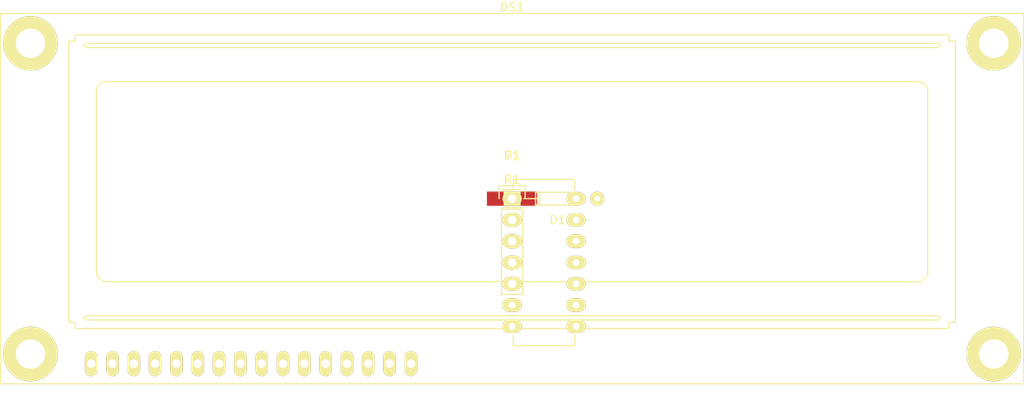
<source format=kicad_pcb>
(kicad_pcb (version 4) (host pcbnew 4.0.1-3.201512221402+6198~38~ubuntu14.04.1-stable)

  (general
    (links 18)
    (no_connects 17)
    (area 87.266099 81.0186 209.736101 128.8386)
    (thickness 1.6)
    (drawings 0)
    (tracks 0)
    (zones 0)
    (modules 5)
    (nets 13)
  )

  (page A4)
  (title_block
    (title "LCD Serial Display")
    (date 2016-01-27)
    (rev 1.0.0)
    (company "Graeme Jury ZL2APV")
  )

  (layers
    (0 F.Cu signal)
    (31 B.Cu signal)
    (32 B.Adhes user)
    (33 F.Adhes user)
    (34 B.Paste user)
    (35 F.Paste user)
    (36 B.SilkS user)
    (37 F.SilkS user)
    (38 B.Mask user)
    (39 F.Mask user)
    (40 Dwgs.User user)
    (41 Cmts.User user)
    (42 Eco1.User user)
    (43 Eco2.User user)
    (44 Edge.Cuts user)
    (45 Margin user)
    (46 B.CrtYd user)
    (47 F.CrtYd user)
    (48 B.Fab user)
    (49 F.Fab user)
  )

  (setup
    (last_trace_width 0.25)
    (trace_clearance 0.2)
    (zone_clearance 0.508)
    (zone_45_only no)
    (trace_min 0.2)
    (segment_width 0.2)
    (edge_width 0.15)
    (via_size 0.6)
    (via_drill 0.4)
    (via_min_size 0.4)
    (via_min_drill 0.3)
    (uvia_size 0.3)
    (uvia_drill 0.1)
    (uvias_allowed no)
    (uvia_min_size 0.2)
    (uvia_min_drill 0.1)
    (pcb_text_width 0.3)
    (pcb_text_size 1.5 1.5)
    (mod_edge_width 0.15)
    (mod_text_size 1 1)
    (mod_text_width 0.15)
    (pad_size 1.524 1.524)
    (pad_drill 0.762)
    (pad_to_mask_clearance 0.2)
    (aux_axis_origin 0 0)
    (visible_elements FFFFFF7F)
    (pcbplotparams
      (layerselection 0x00030_80000001)
      (usegerberextensions false)
      (excludeedgelayer true)
      (linewidth 0.100000)
      (plotframeref false)
      (viasonmask false)
      (mode 1)
      (useauxorigin false)
      (hpglpennumber 1)
      (hpglpenspeed 20)
      (hpglpendiameter 15)
      (hpglpenoverlay 2)
      (psnegative false)
      (psa4output false)
      (plotreference true)
      (plotvalue true)
      (plotinvisibletext false)
      (padsonsilk false)
      (subtractmaskfromsilk false)
      (outputformat 1)
      (mirror false)
      (drillshape 1)
      (scaleselection 1)
      (outputdirectory ""))
  )

  (net 0 "")
  (net 1 "Net-(D1-Pad2)")
  (net 2 "Net-(D1-Pad1)")
  (net 3 "Net-(DS1-Pad14)")
  (net 4 "Net-(DS1-Pad13)")
  (net 5 "Net-(DS1-Pad12)")
  (net 6 "Net-(DS1-Pad11)")
  (net 7 "Net-(DS1-Pad4)")
  (net 8 "Net-(DS1-Pad3)")
  (net 9 VCC)
  (net 10 GND)
  (net 11 "Net-(P1-Pad1)")
  (net 12 "Net-(P1-Pad2)")

  (net_class Default "This is the default net class."
    (clearance 0.2)
    (trace_width 0.25)
    (via_dia 0.6)
    (via_drill 0.4)
    (uvia_dia 0.3)
    (uvia_drill 0.1)
    (add_net GND)
    (add_net "Net-(D1-Pad1)")
    (add_net "Net-(D1-Pad2)")
    (add_net "Net-(DS1-Pad11)")
    (add_net "Net-(DS1-Pad12)")
    (add_net "Net-(DS1-Pad13)")
    (add_net "Net-(DS1-Pad14)")
    (add_net "Net-(DS1-Pad3)")
    (add_net "Net-(DS1-Pad4)")
    (add_net "Net-(P1-Pad1)")
    (add_net "Net-(P1-Pad2)")
    (add_net VCC)
  )

  (module Diodes_ThroughHole:Diode_DO-35_SOD27_Horizontal_RM10 (layer F.Cu) (tedit 552FFC30) (tstamp 56A809E3)
    (at 148.5011 105.0036)
    (descr "Diode, DO-35,  SOD27, Horizontal, RM 10mm")
    (tags "Diode, DO-35, SOD27, Horizontal, RM 10mm, 1N4148,")
    (path /56A7EB46)
    (fp_text reference D1 (at 5.43052 2.53746) (layer F.SilkS)
      (effects (font (size 1 1) (thickness 0.15)))
    )
    (fp_text value 1N914 (at 4.41452 -3.55854) (layer F.Fab)
      (effects (font (size 1 1) (thickness 0.15)))
    )
    (fp_line (start 7.36652 -0.00254) (end 8.76352 -0.00254) (layer F.SilkS) (width 0.15))
    (fp_line (start 2.92152 -0.00254) (end 1.39752 -0.00254) (layer F.SilkS) (width 0.15))
    (fp_line (start 3.30252 -0.76454) (end 3.30252 0.75946) (layer F.SilkS) (width 0.15))
    (fp_line (start 3.04852 -0.76454) (end 3.04852 0.75946) (layer F.SilkS) (width 0.15))
    (fp_line (start 2.79452 -0.00254) (end 2.79452 0.75946) (layer F.SilkS) (width 0.15))
    (fp_line (start 2.79452 0.75946) (end 7.36652 0.75946) (layer F.SilkS) (width 0.15))
    (fp_line (start 7.36652 0.75946) (end 7.36652 -0.76454) (layer F.SilkS) (width 0.15))
    (fp_line (start 7.36652 -0.76454) (end 2.79452 -0.76454) (layer F.SilkS) (width 0.15))
    (fp_line (start 2.79452 -0.76454) (end 2.79452 -0.00254) (layer F.SilkS) (width 0.15))
    (pad 2 thru_hole circle (at 10.16052 -0.00254 180) (size 1.69926 1.69926) (drill 0.70104) (layers *.Cu *.Mask F.SilkS)
      (net 1 "Net-(D1-Pad2)"))
    (pad 1 thru_hole rect (at 0.00052 -0.00254 180) (size 1.69926 1.69926) (drill 0.70104) (layers *.Cu *.Mask F.SilkS)
      (net 2 "Net-(D1-Pad1)"))
    (model Diodes_ThroughHole.3dshapes/Diode_DO-35_SOD27_Horizontal_RM10.wrl
      (at (xyz 0.2 0 0))
      (scale (xyz 0.4 0.4 0.4))
      (rotate (xyz 0 0 180))
    )
  )

  (module Display:LCD-016N002L (layer F.Cu) (tedit 543378A3) (tstamp 56A809FB)
    (at 148.5011 105.0036)
    (descr "16 x 2 Character LCD, http://www.vishay.com/product?docid=37299")
    (path /56A7EA12)
    (fp_text reference DS1 (at 0 -22.86) (layer F.SilkS)
      (effects (font (size 1 1) (thickness 0.15)))
    )
    (fp_text value LCD-016N002L (at 0 22.86) (layer F.Fab)
      (effects (font (size 1 1) (thickness 0.15)))
    )
    (fp_line (start -50.8 14.478) (end 50.8 14.478) (layer F.SilkS) (width 0.15))
    (fp_line (start 50.8 14.478) (end 51.054 14.224) (layer F.SilkS) (width 0.15))
    (fp_line (start 51.054 14.224) (end 50.8 13.97) (layer F.SilkS) (width 0.15))
    (fp_line (start 50.8 13.97) (end -50.8 13.97) (layer F.SilkS) (width 0.15))
    (fp_line (start -50.8 14.478) (end -51.054 14.224) (layer F.SilkS) (width 0.15))
    (fp_line (start -51.054 14.224) (end -50.8 13.97) (layer F.SilkS) (width 0.15))
    (fp_line (start -50.8 -18.542) (end -51.054 -18.288) (layer F.SilkS) (width 0.15))
    (fp_line (start -51.054 -18.288) (end -50.8 -18.034) (layer F.SilkS) (width 0.15))
    (fp_line (start -50.8 -18.034) (end 50.8 -18.034) (layer F.SilkS) (width 0.15))
    (fp_line (start 50.8 -18.034) (end 51.054 -18.288) (layer F.SilkS) (width 0.15))
    (fp_line (start 51.054 -18.288) (end 50.8 -18.542) (layer F.SilkS) (width 0.15))
    (fp_line (start 50.8 -18.542) (end -50.546 -18.542) (layer F.SilkS) (width 0.15))
    (fp_line (start -49.53 9.144) (end -49.53 -13.208) (layer F.SilkS) (width 0.15))
    (fp_line (start 48.768 9.906) (end -48.768 9.906) (layer F.SilkS) (width 0.15))
    (fp_line (start 49.53 -13.208) (end 49.53 9.144) (layer F.SilkS) (width 0.15))
    (fp_line (start -48.768 -13.97) (end 48.768 -13.97) (layer F.SilkS) (width 0.15))
    (fp_line (start -48.768 9.906) (end -49.53 9.144) (layer F.SilkS) (width 0.15))
    (fp_line (start 49.53 9.144) (end 48.768 9.906) (layer F.SilkS) (width 0.15))
    (fp_line (start 48.768 -13.97) (end 49.53 -13.208) (layer F.SilkS) (width 0.15))
    (fp_line (start -49.53 -13.208) (end -48.768 -13.97) (layer F.SilkS) (width 0.15))
    (fp_line (start 52.832 14.732) (end 52.832 -18.796) (layer F.SilkS) (width 0.15))
    (fp_line (start -52.07 15.494) (end 52.07 15.494) (layer F.SilkS) (width 0.15))
    (fp_line (start -52.832 -18.796) (end -52.832 14.732) (layer F.SilkS) (width 0.15))
    (fp_line (start 52.07 -19.558) (end -52.07 -19.558) (layer F.SilkS) (width 0.15))
    (fp_line (start -52.07 15.494) (end -52.07 14.732) (layer F.SilkS) (width 0.15))
    (fp_line (start -52.07 14.732) (end -52.832 14.732) (layer F.SilkS) (width 0.15))
    (fp_line (start 52.07 15.494) (end 52.07 14.732) (layer F.SilkS) (width 0.15))
    (fp_line (start 52.07 14.732) (end 52.832 14.732) (layer F.SilkS) (width 0.15))
    (fp_line (start 52.07 -19.558) (end 52.07 -18.796) (layer F.SilkS) (width 0.15))
    (fp_line (start 52.07 -18.796) (end 52.832 -18.796) (layer F.SilkS) (width 0.15))
    (fp_line (start -52.832 -18.796) (end -52.07 -18.796) (layer F.SilkS) (width 0.15))
    (fp_line (start -52.07 -18.796) (end -52.07 -19.558) (layer F.SilkS) (width 0.15))
    (fp_line (start -60.96 22.098) (end -60.96 -22.098) (layer F.SilkS) (width 0.15))
    (fp_line (start -60.96 -22.098) (end 60.96 -22.098) (layer F.SilkS) (width 0.15))
    (fp_line (start 60.96 -22.098) (end 60.96 22.098) (layer F.SilkS) (width 0.15))
    (fp_line (start 60.96 22.098) (end -60.96 22.098) (layer F.SilkS) (width 0.15))
    (pad 14 thru_hole oval (at -50.165 19.685) (size 1.5 3) (drill 1) (layers *.Cu *.Mask F.SilkS)
      (net 3 "Net-(DS1-Pad14)"))
    (pad 13 thru_hole oval (at -47.625 19.685) (size 1.5 3) (drill 1) (layers *.Cu *.Mask F.SilkS)
      (net 4 "Net-(DS1-Pad13)"))
    (pad 12 thru_hole oval (at -45.085 19.685) (size 1.5 3) (drill 1) (layers *.Cu *.Mask F.SilkS)
      (net 5 "Net-(DS1-Pad12)"))
    (pad 11 thru_hole oval (at -42.545 19.685) (size 1.5 3) (drill 1) (layers *.Cu *.Mask F.SilkS)
      (net 6 "Net-(DS1-Pad11)"))
    (pad 10 thru_hole oval (at -40.005 19.685) (size 1.5 3) (drill 1) (layers *.Cu *.Mask F.SilkS))
    (pad 9 thru_hole oval (at -37.465 19.685) (size 1.5 3) (drill 1) (layers *.Cu *.Mask F.SilkS))
    (pad 8 thru_hole oval (at -34.925 19.685) (size 1.5 3) (drill 1) (layers *.Cu *.Mask F.SilkS))
    (pad 7 thru_hole oval (at -32.385 19.685) (size 1.5 3) (drill 1) (layers *.Cu *.Mask F.SilkS))
    (pad 6 thru_hole oval (at -29.845 19.685) (size 1.5 3) (drill 1) (layers *.Cu *.Mask F.SilkS)
      (net 1 "Net-(D1-Pad2)"))
    (pad 5 thru_hole oval (at -27.305 19.685) (size 1.5 3) (drill 1) (layers *.Cu *.Mask F.SilkS))
    (pad 4 thru_hole oval (at -24.765 19.685) (size 1.5 3) (drill 1) (layers *.Cu *.Mask F.SilkS)
      (net 7 "Net-(DS1-Pad4)"))
    (pad 3 thru_hole oval (at -22.225 19.685) (size 1.5 3) (drill 1) (layers *.Cu *.Mask F.SilkS)
      (net 8 "Net-(DS1-Pad3)"))
    (pad 2 thru_hole oval (at -19.685 19.685) (size 1.5 3) (drill 1) (layers *.Cu *.Mask F.SilkS)
      (net 9 VCC))
    (pad 1 thru_hole oval (at -17.145 19.685) (size 1.5 3) (drill 1) (layers *.Cu *.Mask F.SilkS)
      (net 10 GND))
    (pad 15 thru_hole oval (at -14.605 19.685) (size 1.5 3) (drill 1) (layers *.Cu *.Mask F.SilkS))
    (pad 16 thru_hole oval (at -12.065 19.685) (size 1.5 3) (drill 1) (layers *.Cu *.Mask F.SilkS))
    (pad "" thru_hole circle (at 57.404 18.542) (size 6.5 6.5) (drill 3.5) (layers *.Cu *.Mask F.SilkS))
    (pad "" thru_hole circle (at 57.404 -18.542) (size 6.5 6.5) (drill 3.5) (layers *.Cu *.Mask F.SilkS))
    (pad "" thru_hole circle (at -57.404 18.542) (size 6.5 6.5) (drill 3.5) (layers *.Cu *.Mask F.SilkS))
    (pad "" thru_hole circle (at -57.404 -18.542) (size 6.5 6.5) (drill 3.5) (layers *.Cu *.Mask F.SilkS))
    (model Display.3dshapes/LCD-016N002L.wrl
      (at (xyz 0 0 0))
      (scale (xyz 3.95 3.95 3.95))
      (rotate (xyz 0 0 0))
    )
  )

  (module Pin_Headers:Pin_Header_Straight_1x05 (layer F.Cu) (tedit 54EA0684) (tstamp 56A80A04)
    (at 148.5011 105.0036)
    (descr "Through hole pin header")
    (tags "pin header")
    (path /56A7EBCD)
    (fp_text reference P1 (at 0 -5.1) (layer F.SilkS)
      (effects (font (size 1 1) (thickness 0.15)))
    )
    (fp_text value CONN_01X05 (at 0 -3.1) (layer F.Fab)
      (effects (font (size 1 1) (thickness 0.15)))
    )
    (fp_line (start -1.55 0) (end -1.55 -1.55) (layer F.SilkS) (width 0.15))
    (fp_line (start -1.55 -1.55) (end 1.55 -1.55) (layer F.SilkS) (width 0.15))
    (fp_line (start 1.55 -1.55) (end 1.55 0) (layer F.SilkS) (width 0.15))
    (fp_line (start -1.75 -1.75) (end -1.75 11.95) (layer F.CrtYd) (width 0.05))
    (fp_line (start 1.75 -1.75) (end 1.75 11.95) (layer F.CrtYd) (width 0.05))
    (fp_line (start -1.75 -1.75) (end 1.75 -1.75) (layer F.CrtYd) (width 0.05))
    (fp_line (start -1.75 11.95) (end 1.75 11.95) (layer F.CrtYd) (width 0.05))
    (fp_line (start 1.27 1.27) (end 1.27 11.43) (layer F.SilkS) (width 0.15))
    (fp_line (start 1.27 11.43) (end -1.27 11.43) (layer F.SilkS) (width 0.15))
    (fp_line (start -1.27 11.43) (end -1.27 1.27) (layer F.SilkS) (width 0.15))
    (fp_line (start 1.27 1.27) (end -1.27 1.27) (layer F.SilkS) (width 0.15))
    (pad 1 thru_hole rect (at 0 0) (size 2.032 1.7272) (drill 1.016) (layers *.Cu *.Mask F.SilkS)
      (net 11 "Net-(P1-Pad1)"))
    (pad 2 thru_hole oval (at 0 2.54) (size 2.032 1.7272) (drill 1.016) (layers *.Cu *.Mask F.SilkS)
      (net 12 "Net-(P1-Pad2)"))
    (pad 3 thru_hole oval (at 0 5.08) (size 2.032 1.7272) (drill 1.016) (layers *.Cu *.Mask F.SilkS)
      (net 8 "Net-(DS1-Pad3)"))
    (pad 4 thru_hole oval (at 0 7.62) (size 2.032 1.7272) (drill 1.016) (layers *.Cu *.Mask F.SilkS)
      (net 9 VCC))
    (pad 5 thru_hole oval (at 0 10.16) (size 2.032 1.7272) (drill 1.016) (layers *.Cu *.Mask F.SilkS)
      (net 10 GND))
    (model Pin_Headers.3dshapes/Pin_Header_Straight_1x05.wrl
      (at (xyz 0 -0.2 0))
      (scale (xyz 1 1 1))
      (rotate (xyz 0 0 90))
    )
  )

  (module Resistors_SMD:R_1206_HandSoldering (layer F.Cu) (tedit 5418A20D) (tstamp 56A80A0A)
    (at 148.5011 105.0036)
    (descr "Resistor SMD 1206, hand soldering")
    (tags "resistor 1206")
    (path /56A7EAE7)
    (attr smd)
    (fp_text reference R1 (at 0 -2.3) (layer F.SilkS)
      (effects (font (size 1 1) (thickness 0.15)))
    )
    (fp_text value 1K (at 0 2.3) (layer F.Fab)
      (effects (font (size 1 1) (thickness 0.15)))
    )
    (fp_line (start -3.3 -1.2) (end 3.3 -1.2) (layer F.CrtYd) (width 0.05))
    (fp_line (start -3.3 1.2) (end 3.3 1.2) (layer F.CrtYd) (width 0.05))
    (fp_line (start -3.3 -1.2) (end -3.3 1.2) (layer F.CrtYd) (width 0.05))
    (fp_line (start 3.3 -1.2) (end 3.3 1.2) (layer F.CrtYd) (width 0.05))
    (fp_line (start 1 1.075) (end -1 1.075) (layer F.SilkS) (width 0.15))
    (fp_line (start -1 -1.075) (end 1 -1.075) (layer F.SilkS) (width 0.15))
    (pad 1 smd rect (at -2 0) (size 2 1.7) (layers F.Cu F.Paste F.Mask)
      (net 1 "Net-(D1-Pad2)"))
    (pad 2 smd rect (at 2 0) (size 2 1.7) (layers F.Cu F.Paste F.Mask)
      (net 12 "Net-(P1-Pad2)"))
    (model Resistors_SMD.3dshapes/R_1206_HandSoldering.wrl
      (at (xyz 0 0 0))
      (scale (xyz 1 1 1))
      (rotate (xyz 0 0 0))
    )
  )

  (module Housings_DIP:DIP-14_W7.62mm_LongPads (layer F.Cu) (tedit 54130A77) (tstamp 56A80A1C)
    (at 148.5011 105.0036)
    (descr "14-lead dip package, row spacing 7.62 mm (300 mils), longer pads")
    (tags "dil dip 2.54 300")
    (path /56A7E9D5)
    (fp_text reference U1 (at 0 -5.22) (layer F.SilkS)
      (effects (font (size 1 1) (thickness 0.15)))
    )
    (fp_text value 74LS164 (at 0 -3.72) (layer F.Fab)
      (effects (font (size 1 1) (thickness 0.15)))
    )
    (fp_line (start -1.4 -2.45) (end -1.4 17.7) (layer F.CrtYd) (width 0.05))
    (fp_line (start 9 -2.45) (end 9 17.7) (layer F.CrtYd) (width 0.05))
    (fp_line (start -1.4 -2.45) (end 9 -2.45) (layer F.CrtYd) (width 0.05))
    (fp_line (start -1.4 17.7) (end 9 17.7) (layer F.CrtYd) (width 0.05))
    (fp_line (start 0.135 -2.295) (end 0.135 -1.025) (layer F.SilkS) (width 0.15))
    (fp_line (start 7.485 -2.295) (end 7.485 -1.025) (layer F.SilkS) (width 0.15))
    (fp_line (start 7.485 17.535) (end 7.485 16.265) (layer F.SilkS) (width 0.15))
    (fp_line (start 0.135 17.535) (end 0.135 16.265) (layer F.SilkS) (width 0.15))
    (fp_line (start 0.135 -2.295) (end 7.485 -2.295) (layer F.SilkS) (width 0.15))
    (fp_line (start 0.135 17.535) (end 7.485 17.535) (layer F.SilkS) (width 0.15))
    (fp_line (start 0.135 -1.025) (end -1.15 -1.025) (layer F.SilkS) (width 0.15))
    (pad 1 thru_hole oval (at 0 0) (size 2.3 1.6) (drill 0.8) (layers *.Cu *.Mask F.SilkS)
      (net 12 "Net-(P1-Pad2)"))
    (pad 2 thru_hole oval (at 0 2.54) (size 2.3 1.6) (drill 0.8) (layers *.Cu *.Mask F.SilkS)
      (net 12 "Net-(P1-Pad2)"))
    (pad 3 thru_hole oval (at 0 5.08) (size 2.3 1.6) (drill 0.8) (layers *.Cu *.Mask F.SilkS))
    (pad 4 thru_hole oval (at 0 7.62) (size 2.3 1.6) (drill 0.8) (layers *.Cu *.Mask F.SilkS))
    (pad 5 thru_hole oval (at 0 10.16) (size 2.3 1.6) (drill 0.8) (layers *.Cu *.Mask F.SilkS)
      (net 7 "Net-(DS1-Pad4)"))
    (pad 6 thru_hole oval (at 0 12.7) (size 2.3 1.6) (drill 0.8) (layers *.Cu *.Mask F.SilkS)
      (net 6 "Net-(DS1-Pad11)"))
    (pad 7 thru_hole oval (at 0 15.24) (size 2.3 1.6) (drill 0.8) (layers *.Cu *.Mask F.SilkS)
      (net 10 GND))
    (pad 8 thru_hole oval (at 7.62 15.24) (size 2.3 1.6) (drill 0.8) (layers *.Cu *.Mask F.SilkS)
      (net 11 "Net-(P1-Pad1)"))
    (pad 9 thru_hole oval (at 7.62 12.7) (size 2.3 1.6) (drill 0.8) (layers *.Cu *.Mask F.SilkS)
      (net 9 VCC))
    (pad 10 thru_hole oval (at 7.62 10.16) (size 2.3 1.6) (drill 0.8) (layers *.Cu *.Mask F.SilkS)
      (net 5 "Net-(DS1-Pad12)"))
    (pad 11 thru_hole oval (at 7.62 7.62) (size 2.3 1.6) (drill 0.8) (layers *.Cu *.Mask F.SilkS)
      (net 4 "Net-(DS1-Pad13)"))
    (pad 12 thru_hole oval (at 7.62 5.08) (size 2.3 1.6) (drill 0.8) (layers *.Cu *.Mask F.SilkS)
      (net 3 "Net-(DS1-Pad14)"))
    (pad 13 thru_hole oval (at 7.62 2.54) (size 2.3 1.6) (drill 0.8) (layers *.Cu *.Mask F.SilkS)
      (net 2 "Net-(D1-Pad1)"))
    (pad 14 thru_hole oval (at 7.62 0) (size 2.3 1.6) (drill 0.8) (layers *.Cu *.Mask F.SilkS)
      (net 9 VCC))
    (model Housings_DIP.3dshapes/DIP-14_W7.62mm_LongPads.wrl
      (at (xyz 0 0 0))
      (scale (xyz 1 1 1))
      (rotate (xyz 0 0 0))
    )
  )

)

</source>
